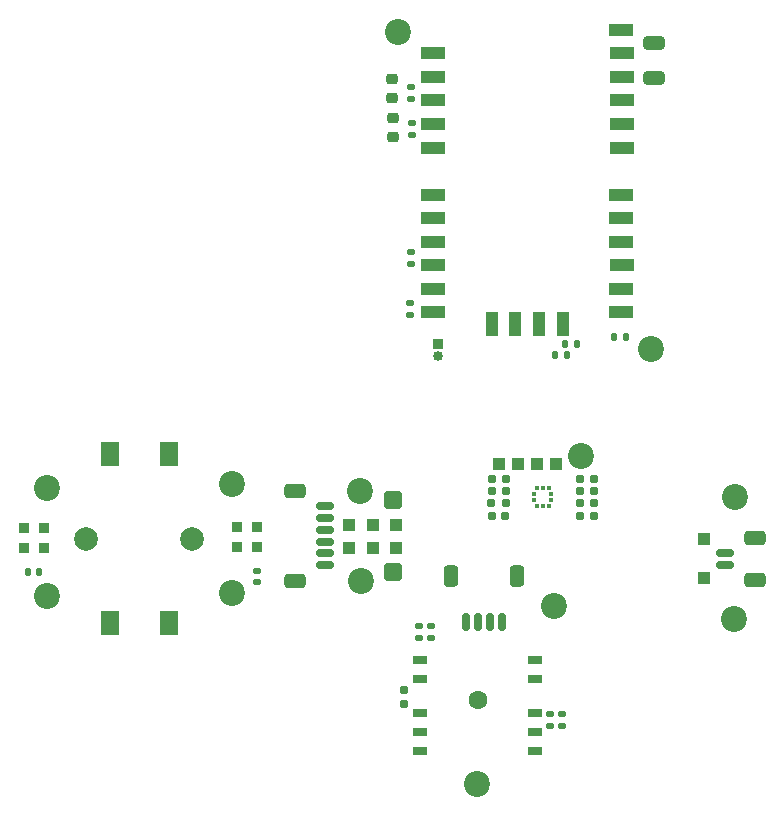
<source format=gbr>
%TF.GenerationSoftware,KiCad,Pcbnew,9.0.0*%
%TF.CreationDate,2025-03-27T23:54:47+01:00*%
%TF.ProjectId,flexpcb,666c6578-7063-4622-9e6b-696361645f70,rev?*%
%TF.SameCoordinates,Original*%
%TF.FileFunction,Soldermask,Bot*%
%TF.FilePolarity,Negative*%
%FSLAX46Y46*%
G04 Gerber Fmt 4.6, Leading zero omitted, Abs format (unit mm)*
G04 Created by KiCad (PCBNEW 9.0.0) date 2025-03-27 23:54:47*
%MOMM*%
%LPD*%
G01*
G04 APERTURE LIST*
G04 Aperture macros list*
%AMRoundRect*
0 Rectangle with rounded corners*
0 $1 Rounding radius*
0 $2 $3 $4 $5 $6 $7 $8 $9 X,Y pos of 4 corners*
0 Add a 4 corners polygon primitive as box body*
4,1,4,$2,$3,$4,$5,$6,$7,$8,$9,$2,$3,0*
0 Add four circle primitives for the rounded corners*
1,1,$1+$1,$2,$3*
1,1,$1+$1,$4,$5*
1,1,$1+$1,$6,$7*
1,1,$1+$1,$8,$9*
0 Add four rect primitives between the rounded corners*
20,1,$1+$1,$2,$3,$4,$5,0*
20,1,$1+$1,$4,$5,$6,$7,0*
20,1,$1+$1,$6,$7,$8,$9,0*
20,1,$1+$1,$8,$9,$2,$3,0*%
G04 Aperture macros list end*
%ADD10R,2.000000X1.000000*%
%ADD11R,1.000000X2.000000*%
%ADD12R,1.000000X1.000000*%
%ADD13C,2.200000*%
%ADD14RoundRect,0.225000X-0.525000X-0.525000X0.525000X-0.525000X0.525000X0.525000X-0.525000X0.525000X0*%
%ADD15R,0.850000X0.850000*%
%ADD16O,0.850000X0.850000*%
%ADD17RoundRect,0.160000X-0.197500X-0.160000X0.197500X-0.160000X0.197500X0.160000X-0.197500X0.160000X0*%
%ADD18RoundRect,0.135000X-0.185000X0.135000X-0.185000X-0.135000X0.185000X-0.135000X0.185000X0.135000X0*%
%ADD19RoundRect,0.140000X0.170000X-0.140000X0.170000X0.140000X-0.170000X0.140000X-0.170000X-0.140000X0*%
%ADD20RoundRect,0.155000X-0.155000X0.212500X-0.155000X-0.212500X0.155000X-0.212500X0.155000X0.212500X0*%
%ADD21C,1.600000*%
%ADD22R,1.200000X0.800000*%
%ADD23RoundRect,0.150000X0.625000X-0.150000X0.625000X0.150000X-0.625000X0.150000X-0.625000X-0.150000X0*%
%ADD24RoundRect,0.250000X0.650000X-0.350000X0.650000X0.350000X-0.650000X0.350000X-0.650000X-0.350000X0*%
%ADD25RoundRect,0.155000X0.212500X0.155000X-0.212500X0.155000X-0.212500X-0.155000X0.212500X-0.155000X0*%
%ADD26RoundRect,0.250000X0.650000X-0.325000X0.650000X0.325000X-0.650000X0.325000X-0.650000X-0.325000X0*%
%ADD27RoundRect,0.135000X-0.135000X-0.185000X0.135000X-0.185000X0.135000X0.185000X-0.135000X0.185000X0*%
%ADD28RoundRect,0.140000X-0.140000X-0.170000X0.140000X-0.170000X0.140000X0.170000X-0.140000X0.170000X0*%
%ADD29RoundRect,0.150000X-0.625000X0.150000X-0.625000X-0.150000X0.625000X-0.150000X0.625000X0.150000X0*%
%ADD30RoundRect,0.250000X-0.650000X0.350000X-0.650000X-0.350000X0.650000X-0.350000X0.650000X0.350000X0*%
%ADD31R,0.325000X0.300000*%
%ADD32R,0.300000X0.325000*%
%ADD33RoundRect,0.160000X0.197500X0.160000X-0.197500X0.160000X-0.197500X-0.160000X0.197500X-0.160000X0*%
%ADD34RoundRect,0.218750X-0.256250X0.218750X-0.256250X-0.218750X0.256250X-0.218750X0.256250X0.218750X0*%
%ADD35C,2.000000*%
%ADD36R,1.500000X2.000000*%
%ADD37R,0.900000X0.900000*%
%ADD38RoundRect,0.218750X0.256250X-0.218750X0.256250X0.218750X-0.256250X0.218750X-0.256250X-0.218750X0*%
%ADD39RoundRect,0.150000X-0.150000X-0.625000X0.150000X-0.625000X0.150000X0.625000X-0.150000X0.625000X0*%
%ADD40RoundRect,0.250000X-0.350000X-0.650000X0.350000X-0.650000X0.350000X0.650000X-0.350000X0.650000X0*%
%ADD41RoundRect,0.135000X0.185000X-0.135000X0.185000X0.135000X-0.185000X0.135000X-0.185000X-0.135000X0*%
%ADD42RoundRect,0.140000X-0.170000X0.140000X-0.170000X-0.140000X0.170000X-0.140000X0.170000X0.140000X0*%
G04 APERTURE END LIST*
D10*
%TO.C,Tarvos1*%
X143810000Y-69958848D03*
X143830000Y-71948848D03*
X143830000Y-73938848D03*
X143840000Y-75938848D03*
X143840000Y-77928848D03*
X143830000Y-79918848D03*
X143820000Y-83908848D03*
X143820000Y-85908848D03*
X143820000Y-87898848D03*
X143830000Y-89868848D03*
X143810000Y-91888848D03*
X143810000Y-93868848D03*
X127900000Y-93868848D03*
X127880000Y-91878848D03*
X127870000Y-89888848D03*
X127880000Y-87888848D03*
X127890000Y-85898848D03*
X127880000Y-83918848D03*
X127880000Y-79918848D03*
X127890000Y-77928848D03*
X127890000Y-75928848D03*
X127910000Y-73938848D03*
X127900000Y-71938848D03*
D11*
X138850000Y-94838848D03*
X136820000Y-94838848D03*
X134840000Y-94838848D03*
X132880000Y-94858848D03*
%TD*%
D12*
%TO.C,*%
X133500000Y-106700000D03*
%TD*%
%TO.C,*%
X135100000Y-106700000D03*
%TD*%
%TO.C,*%
X136700000Y-106700000D03*
%TD*%
%TO.C,*%
X138300000Y-106700000D03*
%TD*%
D13*
%TO.C,*%
X140400000Y-106000000D03*
%TD*%
D12*
%TO.C,*%
X150800000Y-116400000D03*
%TD*%
%TO.C,*%
X150800000Y-113100000D03*
%TD*%
D14*
%TO.C,REF\u002A\u002A*%
X124500000Y-115900000D03*
%TD*%
D12*
%TO.C,REF\u002A\u002A5*%
X122770000Y-113840000D03*
%TD*%
%TO.C,REF\u002A\u002A4*%
X120770000Y-113840000D03*
%TD*%
%TO.C,REF\u002A\u002A3*%
X124770000Y-111840000D03*
%TD*%
%TO.C,REF\u002A\u002A2*%
X122770000Y-111840000D03*
%TD*%
%TO.C,REF\u002A\u002A1*%
X120770000Y-111840000D03*
%TD*%
%TO.C,REF\u002A\u002A*%
X124770000Y-113840000D03*
%TD*%
D14*
%TO.C,REF\u002A\u002A*%
X124500000Y-109800000D03*
%TD*%
D13*
%TO.C,*%
X121810000Y-116590000D03*
%TD*%
%TO.C,*%
X95150000Y-108720000D03*
%TD*%
%TO.C,*%
X110860000Y-117630000D03*
%TD*%
%TO.C,*%
X121700000Y-108970000D03*
%TD*%
%TO.C,*%
X153370000Y-119800000D03*
%TD*%
%TO.C,REF\u002A\u002A*%
X124930000Y-70128848D03*
%TD*%
%TO.C,*%
X138121800Y-118701800D03*
%TD*%
%TO.C,*%
X146320000Y-96978848D03*
%TD*%
%TO.C,*%
X110880000Y-108450000D03*
%TD*%
%TO.C,*%
X153420000Y-109540000D03*
%TD*%
%TO.C,*%
X95190000Y-117880000D03*
%TD*%
D15*
%TO.C,SW1*%
X128330000Y-96548848D03*
D16*
X128330000Y-97548848D03*
%TD*%
D13*
%TO.C,*%
X131601800Y-133771800D03*
%TD*%
D17*
%TO.C,R25*%
X140332500Y-109020000D03*
X141527500Y-109020000D03*
%TD*%
D18*
%TO.C,R8*%
X137810000Y-127850000D03*
X137810000Y-128870000D03*
%TD*%
D19*
%TO.C,C4*%
X127690000Y-121420000D03*
X127690000Y-120460000D03*
%TD*%
D20*
%TO.C,C5*%
X125450000Y-125862500D03*
X125450000Y-126997500D03*
%TD*%
D18*
%TO.C,R5*%
X126090000Y-77878848D03*
X126090000Y-78898848D03*
%TD*%
D21*
%TO.C,PA1010D1*%
X131650000Y-126660000D03*
D22*
X136500000Y-123310000D03*
X136500000Y-124910000D03*
X136500000Y-127810000D03*
X136500000Y-129410000D03*
X136500000Y-131010000D03*
X126800000Y-131010000D03*
X126800000Y-129410000D03*
X126800000Y-127810000D03*
X126800000Y-124910000D03*
X126800000Y-123310000D03*
%TD*%
D23*
%TO.C,U2*%
X152570000Y-115240000D03*
X152570000Y-114240000D03*
D24*
X155095000Y-116540000D03*
X155095000Y-112940000D03*
%TD*%
D17*
%TO.C,R14*%
X132815000Y-110050000D03*
X134010000Y-110050000D03*
%TD*%
D25*
%TO.C,C31*%
X134010000Y-107980000D03*
X132875000Y-107980000D03*
%TD*%
D26*
%TO.C,C1*%
X146600000Y-74020000D03*
X146600000Y-71070000D03*
%TD*%
D17*
%TO.C,R13*%
X132825000Y-108990000D03*
X134020000Y-108990000D03*
%TD*%
D27*
%TO.C,R2*%
X138230000Y-97518848D03*
X139250000Y-97518848D03*
%TD*%
D28*
%TO.C,C7*%
X93580000Y-115860000D03*
X94540000Y-115860000D03*
%TD*%
D29*
%TO.C,U1*%
X118710000Y-110290000D03*
X118710000Y-111290000D03*
X118710000Y-112290000D03*
X118710000Y-113290000D03*
X118710000Y-114290000D03*
X118710000Y-115290000D03*
D30*
X116185000Y-108990000D03*
X116185000Y-116590000D03*
%TD*%
D18*
%TO.C,R7*%
X138830000Y-127860000D03*
X138830000Y-128880000D03*
%TD*%
D17*
%TO.C,R26*%
X140332500Y-107990000D03*
X141527500Y-107990000D03*
%TD*%
D31*
%TO.C,U3*%
X136400000Y-109785000D03*
X136400000Y-109285000D03*
D32*
X136650000Y-108760000D03*
X137150000Y-108760000D03*
X137650000Y-108760000D03*
D31*
X137900000Y-109285000D03*
X137900000Y-109785000D03*
D32*
X137650000Y-110310000D03*
X137150000Y-110310000D03*
X136650000Y-110310000D03*
%TD*%
D33*
%TO.C,R27*%
X141527500Y-111100000D03*
X140332500Y-111100000D03*
%TD*%
D34*
%TO.C,D2*%
X124500000Y-77433848D03*
X124500000Y-79008848D03*
%TD*%
D33*
%TO.C,R23*%
X141527500Y-110050000D03*
X140332500Y-110050000D03*
%TD*%
D35*
%TO.C,SW2*%
X98500000Y-113040000D03*
X107500000Y-113040000D03*
D36*
X105500000Y-120190000D03*
X105500000Y-105890000D03*
X100500000Y-120190000D03*
X100500000Y-105890000D03*
%TD*%
D25*
%TO.C,C23*%
X133960000Y-111080000D03*
X132825000Y-111080000D03*
%TD*%
D37*
%TO.C,LED1*%
X111250000Y-113720000D03*
X112950000Y-113720000D03*
X112950000Y-112020000D03*
X111250000Y-112020000D03*
%TD*%
D38*
%TO.C,D1*%
X124440000Y-75696348D03*
X124440000Y-74121348D03*
%TD*%
D39*
%TO.C,J2*%
X130690000Y-120060000D03*
X131690000Y-120060000D03*
X132690000Y-120060000D03*
X133690000Y-120060000D03*
D40*
X129390000Y-116185000D03*
X134990000Y-116185000D03*
%TD*%
D19*
%TO.C,C3*%
X126720000Y-121410000D03*
X126720000Y-120450000D03*
%TD*%
D27*
%TO.C,R1*%
X139030000Y-96518848D03*
X140050000Y-96518848D03*
%TD*%
D37*
%TO.C,LED2*%
X93240000Y-112140000D03*
X93240000Y-113840000D03*
X94940000Y-113840000D03*
X94940000Y-112140000D03*
%TD*%
D19*
%TO.C,C2*%
X126000000Y-89748848D03*
X126000000Y-88788848D03*
%TD*%
D41*
%TO.C,R6*%
X125940000Y-94108848D03*
X125940000Y-93088848D03*
%TD*%
%TO.C,R4*%
X126010000Y-75818848D03*
X126010000Y-74798848D03*
%TD*%
D27*
%TO.C,R3*%
X143160000Y-95948848D03*
X144180000Y-95948848D03*
%TD*%
D42*
%TO.C,C6*%
X112950000Y-115740000D03*
X112950000Y-116700000D03*
%TD*%
M02*

</source>
